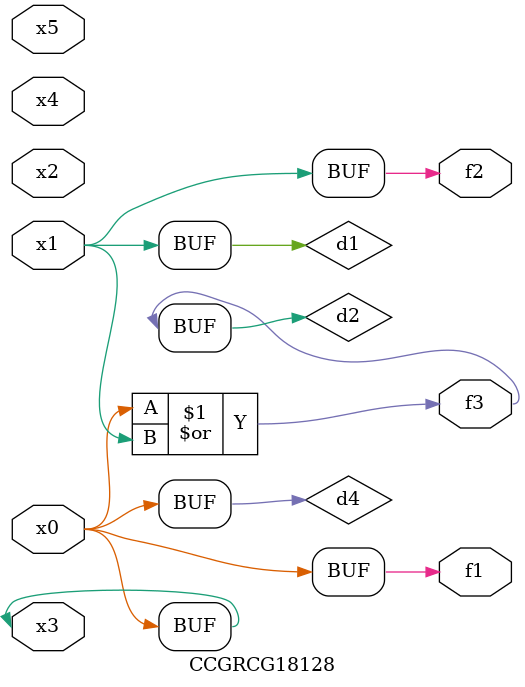
<source format=v>
module CCGRCG18128(
	input x0, x1, x2, x3, x4, x5,
	output f1, f2, f3
);

	wire d1, d2, d3, d4;

	and (d1, x1);
	or (d2, x0, x1);
	nand (d3, x0, x5);
	buf (d4, x0, x3);
	assign f1 = d4;
	assign f2 = d1;
	assign f3 = d2;
endmodule

</source>
